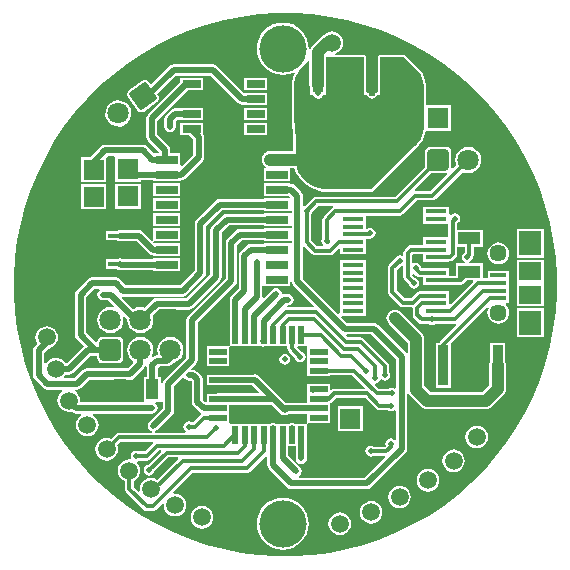
<source format=gtl>
G04*
G04 #@! TF.GenerationSoftware,Altium Limited,Altium Designer,18.1.7 (191)*
G04*
G04 Layer_Physical_Order=1*
G04 Layer_Color=255*
%FSLAX43Y43*%
%MOMM*%
G71*
G01*
G75*
%ADD10C,0.500*%
%ADD14R,2.000X0.400*%
%ADD15R,1.870X1.030*%
%ADD16R,1.700X1.750*%
%ADD17R,0.850X3.430*%
%ADD18R,1.900X1.500*%
%ADD19R,1.350X0.400*%
%ADD20R,1.900X2.100*%
%ADD21R,0.500X1.500*%
%ADD22R,1.500X0.500*%
%ADD23R,3.200X1.750*%
%ADD24R,0.950X1.750*%
%ADD25R,1.800X0.400*%
%ADD26R,1.525X0.650*%
%ADD27R,1.850X0.650*%
%ADD28R,1.100X1.700*%
%ADD29R,1.750X1.700*%
%ADD30C,1.800*%
G04:AMPARAMS|DCode=31|XSize=1.8mm|YSize=1.8mm|CornerRadius=0.225mm|HoleSize=0mm|Usage=FLASHONLY|Rotation=215.000|XOffset=0mm|YOffset=0mm|HoleType=Round|Shape=RoundedRectangle|*
%AMROUNDEDRECTD31*
21,1,1.800,1.350,0,0,215.0*
21,1,1.350,1.800,0,0,215.0*
1,1,0.450,-0.940,0.166*
1,1,0.450,0.166,0.940*
1,1,0.450,0.940,-0.166*
1,1,0.450,-0.166,-0.940*
%
%ADD31ROUNDEDRECTD31*%
G04:AMPARAMS|DCode=32|XSize=1.8mm|YSize=1.8mm|CornerRadius=0.225mm|HoleSize=0mm|Usage=FLASHONLY|Rotation=0.000|XOffset=0mm|YOffset=0mm|HoleType=Round|Shape=RoundedRectangle|*
%AMROUNDEDRECTD32*
21,1,1.800,1.350,0,0,0.0*
21,1,1.350,1.800,0,0,0.0*
1,1,0.450,0.675,-0.675*
1,1,0.450,-0.675,-0.675*
1,1,0.450,-0.675,0.675*
1,1,0.450,0.675,0.675*
%
%ADD32ROUNDEDRECTD32*%
%ADD33C,1.450*%
%ADD34C,1.500*%
%ADD35C,4.000*%
%ADD37C,1.000*%
%ADD38C,0.350*%
%ADD39C,0.550*%
%ADD40C,0.500*%
G36*
X145256Y89902D02*
X146749Y89705D01*
X148226Y89411D01*
X149680Y89021D01*
X151106Y88537D01*
X152497Y87961D01*
X153848Y87295D01*
X155152Y86542D01*
X156404Y85705D01*
X157599Y84789D01*
X158731Y83796D01*
X159796Y82731D01*
X160789Y81599D01*
X161705Y80404D01*
X162542Y79152D01*
X163295Y77848D01*
X163961Y76497D01*
X164537Y75106D01*
X165021Y73680D01*
X165411Y72226D01*
X165705Y70749D01*
X165902Y69256D01*
X166000Y67753D01*
Y67000D01*
Y66247D01*
X165902Y64744D01*
X165705Y63251D01*
X165411Y61774D01*
X165021Y60320D01*
X164537Y58894D01*
X163961Y57503D01*
X163295Y56152D01*
X162542Y54848D01*
X161705Y53596D01*
X160789Y52401D01*
X159796Y51269D01*
X158731Y50204D01*
X157599Y49211D01*
X156404Y48295D01*
X155152Y47458D01*
X153848Y46705D01*
X152497Y46039D01*
X151106Y45463D01*
X149680Y44979D01*
X148226Y44589D01*
X146749Y44295D01*
X145256Y44098D01*
X143753Y44000D01*
X142247D01*
X140744Y44098D01*
X139251Y44295D01*
X137774Y44589D01*
X136320Y44979D01*
X134894Y45463D01*
X133503Y46039D01*
X132152Y46705D01*
X130848Y47458D01*
X129596Y48295D01*
X128401Y49211D01*
X127269Y50204D01*
X126204Y51269D01*
X125211Y52401D01*
X124295Y53596D01*
X123458Y54848D01*
X122705Y56152D01*
X122039Y57503D01*
X121463Y58894D01*
X120979Y60320D01*
X120589Y61774D01*
X120295Y63251D01*
X120098Y64744D01*
X120000Y66247D01*
Y67000D01*
Y67753D01*
X120098Y69256D01*
X120295Y70749D01*
X120589Y72226D01*
X120979Y73680D01*
X121463Y75106D01*
X122039Y76497D01*
X122705Y77848D01*
X123458Y79152D01*
X124295Y80404D01*
X125211Y81599D01*
X126204Y82731D01*
X127269Y83796D01*
X128401Y84789D01*
X129596Y85705D01*
X130848Y86542D01*
X132152Y87295D01*
X133503Y87961D01*
X134894Y88537D01*
X136320Y89021D01*
X137774Y89411D01*
X139251Y89705D01*
X140744Y89902D01*
X142247Y90000D01*
X143753D01*
X145256Y89902D01*
D02*
G37*
%LPC*%
G36*
X141462Y84530D02*
X139537D01*
Y83480D01*
X141462D01*
Y84530D01*
D02*
G37*
G36*
X133541Y85675D02*
X133355Y85638D01*
X133198Y85533D01*
X133198Y85533D01*
X131684Y84019D01*
X131557Y84030D01*
X131476Y84146D01*
X131354Y84262D01*
X131197Y84324D01*
X131028Y84320D01*
X130873Y84252D01*
X129767Y83478D01*
X129650Y83355D01*
X129589Y83198D01*
X129592Y83029D01*
X129661Y82874D01*
X130435Y81768D01*
X130557Y81651D01*
X130715Y81590D01*
X130884Y81594D01*
X131038Y81662D01*
X132144Y82436D01*
X132261Y82558D01*
X132322Y82716D01*
X132319Y82885D01*
X132251Y83040D01*
X132178Y83143D01*
X133741Y84706D01*
X136659D01*
X138973Y82393D01*
X138973Y82393D01*
X139130Y82288D01*
X139315Y82251D01*
X139537D01*
Y82210D01*
X141462D01*
Y83260D01*
X139537D01*
X139537Y83260D01*
Y83260D01*
X139537Y83260D01*
X139429Y83306D01*
X137202Y85533D01*
X137045Y85638D01*
X136859Y85675D01*
X133541D01*
X133541Y85675D01*
D02*
G37*
G36*
X141462Y81990D02*
X139537D01*
Y80940D01*
X141462D01*
Y81990D01*
D02*
G37*
G36*
X136038D02*
X134113D01*
Y81949D01*
X133681D01*
X133495Y81912D01*
X133338Y81807D01*
X133338Y81807D01*
X132908Y81377D01*
X132803Y81220D01*
X132766Y81034D01*
Y80395D01*
X132803Y80209D01*
X132908Y80052D01*
X133065Y79947D01*
X133250Y79910D01*
X133435Y79947D01*
X133592Y80052D01*
X133697Y80209D01*
X133734Y80395D01*
Y80834D01*
X133881Y80981D01*
X134113D01*
Y80940D01*
X136038D01*
Y81990D01*
D02*
G37*
G36*
X128778Y82605D02*
X128496Y82543D01*
X128239Y82409D01*
X128025Y82213D01*
X127869Y81969D01*
X127782Y81693D01*
X127770Y81403D01*
X127832Y81121D01*
X127966Y80864D01*
X128162Y80650D01*
X128406Y80494D01*
X128682Y80407D01*
X128972Y80395D01*
X129254Y80457D01*
X129511Y80591D01*
X129725Y80787D01*
X129881Y81031D01*
X129968Y81307D01*
X129980Y81597D01*
X129918Y81879D01*
X129784Y82136D01*
X129588Y82350D01*
X129344Y82506D01*
X129068Y82593D01*
X128778Y82605D01*
D02*
G37*
G36*
X141462Y80720D02*
X139537D01*
Y79670D01*
X141462D01*
Y80720D01*
D02*
G37*
G36*
X136038Y84530D02*
X134113D01*
Y84145D01*
X131376Y81409D01*
X131277Y81260D01*
X131242Y81084D01*
Y79524D01*
X131277Y79349D01*
X131376Y79200D01*
X132319Y78257D01*
X132267Y78130D01*
X131905D01*
X131317Y78717D01*
X131160Y78822D01*
X130975Y78859D01*
X127775D01*
X127590Y78822D01*
X127433Y78717D01*
X127433Y78717D01*
X126515Y77800D01*
X125698D01*
Y75700D01*
X127848D01*
Y77763D01*
X127976Y77891D01*
X128523D01*
X128623Y77825D01*
X128623Y77764D01*
Y75725D01*
X130773D01*
Y75851D01*
X131825D01*
Y75810D01*
X133958D01*
X134075Y75810D01*
Y75810D01*
X134185Y75851D01*
X134370Y75888D01*
X134527Y75993D01*
X136017Y77483D01*
X136122Y77640D01*
X136159Y77825D01*
Y79374D01*
X136134Y79502D01*
Y79507D01*
X136099Y79683D01*
X136038Y79774D01*
Y80720D01*
X134113D01*
Y79670D01*
X134863D01*
X135191Y79343D01*
Y78026D01*
X134239Y77074D01*
X134195Y77073D01*
X134075Y77192D01*
X134075Y78130D01*
X133284D01*
Y78400D01*
X133249Y78576D01*
X133149Y78724D01*
X132160Y79714D01*
Y80894D01*
X134745Y83480D01*
X136038D01*
Y84530D01*
D02*
G37*
G36*
X158490Y78685D02*
X158203Y78647D01*
X157935Y78536D01*
X157705Y78360D01*
X157529Y78130D01*
X157418Y77862D01*
X157381Y77575D01*
X157418Y77288D01*
X157490Y77115D01*
X157166Y76792D01*
X157049Y76855D01*
X157058Y76900D01*
Y78250D01*
X157025Y78416D01*
X156931Y78556D01*
X156791Y78650D01*
X156625Y78683D01*
X155275D01*
X155109Y78650D01*
X154969Y78556D01*
X154875Y78416D01*
X154842Y78250D01*
Y77007D01*
X152267Y74432D01*
X145630D01*
X145484Y74403D01*
X145360Y74320D01*
X144703Y73663D01*
X144638Y73650D01*
X144610Y73651D01*
X144511Y73704D01*
Y74490D01*
X144511Y74490D01*
X144474Y74675D01*
X144369Y74832D01*
X143794Y75407D01*
X143637Y75512D01*
X143451Y75549D01*
X143425D01*
Y75590D01*
X141175D01*
Y74540D01*
X143291D01*
X143384Y74447D01*
X143332Y74320D01*
X141175D01*
Y74279D01*
X137473D01*
X137473Y74279D01*
X137287Y74242D01*
X137130Y74137D01*
X135471Y72478D01*
X135366Y72321D01*
X135329Y72136D01*
Y68196D01*
X134107Y66974D01*
X129501D01*
X128982Y67492D01*
X128825Y67597D01*
X128639Y67634D01*
X126661D01*
X126475Y67597D01*
X126318Y67492D01*
X126318Y67492D01*
X125333Y66507D01*
X125228Y66350D01*
X125191Y66164D01*
Y62725D01*
X125228Y62540D01*
X125333Y62383D01*
X125943Y61772D01*
X124506Y60334D01*
X124376D01*
X124228Y60528D01*
X124029Y60680D01*
X123798Y60776D01*
X123550Y60808D01*
X123302Y60776D01*
X123071Y60680D01*
X122872Y60528D01*
X122736Y60350D01*
X122654Y60362D01*
X122609Y60384D01*
Y61246D01*
X122967Y61603D01*
X123048Y61614D01*
X123279Y61710D01*
X123478Y61862D01*
X123630Y62061D01*
X123726Y62292D01*
X123758Y62540D01*
X123726Y62788D01*
X123630Y63019D01*
X123478Y63217D01*
X123279Y63369D01*
X123048Y63465D01*
X122800Y63498D01*
X122552Y63465D01*
X122321Y63369D01*
X122122Y63217D01*
X121970Y63019D01*
X121874Y62788D01*
X121842Y62540D01*
X121874Y62292D01*
X121970Y62061D01*
X122007Y62013D01*
X121783Y61789D01*
X121678Y61632D01*
X121641Y61447D01*
Y59333D01*
X121678Y59148D01*
X121783Y58991D01*
X122516Y58258D01*
X122516Y58258D01*
X122673Y58153D01*
X122858Y58116D01*
X124087D01*
X124130Y57989D01*
X123985Y57878D01*
X123833Y57679D01*
X123737Y57448D01*
X123705Y57200D01*
X123737Y56952D01*
X123833Y56721D01*
X123985Y56522D01*
X124184Y56370D01*
X124415Y56274D01*
X124663Y56242D01*
X124904Y56274D01*
X124945Y56233D01*
X124945Y56233D01*
X125103Y56128D01*
X125288Y56091D01*
X125288Y56091D01*
X125716D01*
X125738Y56046D01*
X125750Y55964D01*
X125572Y55828D01*
X125420Y55629D01*
X125324Y55398D01*
X125292Y55150D01*
X125324Y54902D01*
X125420Y54671D01*
X125572Y54472D01*
X125771Y54320D01*
X126002Y54224D01*
X126250Y54192D01*
X126498Y54224D01*
X126729Y54320D01*
X126928Y54472D01*
X127080Y54671D01*
X127176Y54902D01*
X127208Y55150D01*
X127176Y55398D01*
X127080Y55629D01*
X126928Y55828D01*
X126750Y55964D01*
X126762Y56046D01*
X126784Y56091D01*
X131725D01*
X131910Y56128D01*
X132067Y56233D01*
X132172Y56390D01*
X132209Y56575D01*
X132172Y56760D01*
X132067Y56917D01*
X132004Y56960D01*
X132042Y57087D01*
X132489D01*
X132500Y57087D01*
X132616Y57060D01*
Y56542D01*
X131484Y55410D01*
X131379Y55253D01*
X131342Y55067D01*
X131379Y54882D01*
X131484Y54725D01*
X131641Y54620D01*
X131693Y54609D01*
X131681Y54482D01*
X128900D01*
X128754Y54453D01*
X128630Y54370D01*
X128220Y53960D01*
X128123Y54001D01*
X127875Y54033D01*
X127627Y54001D01*
X127396Y53905D01*
X127197Y53753D01*
X127045Y53554D01*
X126949Y53323D01*
X126917Y53075D01*
X126949Y52827D01*
X127045Y52596D01*
X127197Y52397D01*
X127396Y52245D01*
X127627Y52149D01*
X127875Y52117D01*
X128123Y52149D01*
X128354Y52245D01*
X128553Y52397D01*
X128705Y52596D01*
X128801Y52827D01*
X128833Y53075D01*
X128801Y53323D01*
X128760Y53420D01*
X129058Y53718D01*
X131776D01*
X131828Y53591D01*
X131123Y52885D01*
X130619D01*
X130557Y52926D01*
X130381Y52961D01*
X130206Y52926D01*
X130057Y52827D01*
X129957Y52678D01*
X129923Y52503D01*
X129957Y52327D01*
X129881Y52213D01*
X129775Y52227D01*
X129527Y52194D01*
X129296Y52099D01*
X129097Y51946D01*
X128945Y51748D01*
X128849Y51517D01*
X128817Y51269D01*
X128849Y51021D01*
X128945Y50790D01*
X129097Y50591D01*
X129296Y50439D01*
X129393Y50399D01*
Y49737D01*
X129422Y49591D01*
X129505Y49467D01*
X131010Y47961D01*
X131134Y47878D01*
X131281Y47849D01*
X131781D01*
X131928Y47878D01*
X132052Y47961D01*
X132609Y48519D01*
X132730Y48459D01*
X132717Y48362D01*
X132749Y48114D01*
X132845Y47883D01*
X132997Y47684D01*
X133196Y47532D01*
X133427Y47436D01*
X133675Y47404D01*
X133923Y47436D01*
X134154Y47532D01*
X134353Y47684D01*
X134505Y47883D01*
X134601Y48114D01*
X134633Y48362D01*
X134601Y48610D01*
X134505Y48841D01*
X134353Y49039D01*
X134154Y49192D01*
X133923Y49287D01*
X133675Y49320D01*
X133578Y49307D01*
X133518Y49428D01*
X135158Y51068D01*
X139725D01*
X139871Y51097D01*
X139995Y51180D01*
X141358Y52542D01*
X141485Y52489D01*
Y51731D01*
X141522Y51546D01*
X141627Y51389D01*
X143168Y49848D01*
X143325Y49743D01*
X143510Y49706D01*
X143510Y49706D01*
X149960D01*
X150146Y49743D01*
X150303Y49848D01*
X153192Y52737D01*
X153297Y52895D01*
X153334Y53080D01*
Y57752D01*
X153461Y57777D01*
X153464Y57772D01*
X153576Y57626D01*
X154526Y56676D01*
X154672Y56564D01*
X154842Y56493D01*
X155025Y56469D01*
X159975D01*
X160158Y56493D01*
X160328Y56564D01*
X160474Y56676D01*
X161474Y57676D01*
X161586Y57822D01*
X161657Y57992D01*
X161681Y58175D01*
Y60175D01*
X161657Y60358D01*
X161600Y60495D01*
Y62090D01*
X160350D01*
Y60495D01*
X160293Y60358D01*
X160269Y60175D01*
Y58467D01*
X159683Y57881D01*
X155317D01*
X154781Y58417D01*
Y62384D01*
X154757Y62567D01*
X154686Y62737D01*
X154574Y62883D01*
X152772Y64685D01*
X152626Y64797D01*
X152456Y64868D01*
X152273Y64892D01*
X152090Y64868D01*
X151920Y64797D01*
X151774Y64685D01*
X151662Y64539D01*
X151591Y64369D01*
X151567Y64186D01*
X151591Y64003D01*
X151662Y63833D01*
X151774Y63687D01*
X153369Y62091D01*
Y61232D01*
X153242Y61193D01*
X153192Y61267D01*
X150842Y63617D01*
X150685Y63722D01*
X150500Y63759D01*
X148251D01*
X147752Y64258D01*
X147801Y64375D01*
X149800D01*
Y65025D01*
Y65675D01*
Y66325D01*
Y66975D01*
Y67625D01*
Y68275D01*
Y69075D01*
X147600D01*
Y68275D01*
Y67625D01*
Y66975D01*
Y66325D01*
Y65675D01*
Y64576D01*
X147483Y64527D01*
X144511Y67499D01*
Y70186D01*
X144638Y70239D01*
X145272Y69605D01*
X145396Y69522D01*
X145542Y69493D01*
X146775D01*
X146921Y69522D01*
X147045Y69605D01*
X147483Y70042D01*
X147600Y69993D01*
Y69575D01*
X149800D01*
Y70225D01*
Y70893D01*
X150117D01*
X150146Y70899D01*
X150190Y70890D01*
X150366Y70925D01*
X150515Y71024D01*
X150614Y71173D01*
X150649Y71349D01*
X150614Y71524D01*
X150515Y71673D01*
X150366Y71772D01*
X150190Y71807D01*
X150015Y71772D01*
X149927Y71714D01*
X149800Y71782D01*
Y72843D01*
X152675D01*
X152821Y72872D01*
X152945Y72955D01*
X154157Y74167D01*
X155464D01*
X155610Y74196D01*
X155734Y74279D01*
X158030Y76575D01*
X158203Y76503D01*
X158490Y76466D01*
X158777Y76503D01*
X159045Y76614D01*
X159275Y76790D01*
X159451Y77020D01*
X159562Y77288D01*
X159599Y77575D01*
X159562Y77862D01*
X159451Y78130D01*
X159275Y78360D01*
X159045Y78536D01*
X158777Y78647D01*
X158490Y78685D01*
D02*
G37*
G36*
X142779Y89204D02*
X142348Y89162D01*
X141933Y89036D01*
X141551Y88832D01*
X141216Y88557D01*
X140941Y88222D01*
X140737Y87840D01*
X140611Y87425D01*
X140569Y86994D01*
X140611Y86562D01*
X140737Y86148D01*
X140941Y85766D01*
X141216Y85431D01*
X141551Y85156D01*
X141933Y84951D01*
X142348Y84826D01*
X142779Y84783D01*
X143211Y84826D01*
X143625Y84951D01*
X143716Y85000D01*
X143816Y84909D01*
X143679Y84579D01*
X143675Y84560D01*
X143668Y84541D01*
X143570Y84050D01*
Y84030D01*
X143566Y84011D01*
Y83760D01*
Y81150D01*
X143567Y81144D01*
X143566Y81138D01*
X143671Y79294D01*
Y78311D01*
X141730D01*
X141547Y78287D01*
X141377Y78216D01*
X141264Y78130D01*
X141175D01*
Y78032D01*
X141119Y77958D01*
X141048Y77788D01*
X141024Y77605D01*
X141048Y77422D01*
X141119Y77252D01*
X141175Y77178D01*
Y77080D01*
X141264D01*
X141377Y76994D01*
X141393Y76987D01*
X141368Y76860D01*
X141175D01*
Y75810D01*
X143425D01*
X143425Y76860D01*
X143536Y76899D01*
X143766D01*
X143769Y76883D01*
X143929Y76495D01*
X143941Y76478D01*
X143948Y76460D01*
X144182Y76110D01*
X144196Y76096D01*
X144207Y76079D01*
X144612Y75675D01*
X144789Y75498D01*
X144805Y75487D01*
X144820Y75473D01*
X145236Y75195D01*
X145254Y75187D01*
X145271Y75176D01*
X145733Y74984D01*
X145753Y74980D01*
X145771Y74973D01*
X146262Y74875D01*
X146282D01*
X146302Y74871D01*
X150300D01*
X150300Y74871D01*
X150378Y74887D01*
X150444Y74931D01*
X150444Y74931D01*
X154150Y78637D01*
X154150Y78637D01*
X154327Y78814D01*
X154338Y78830D01*
X154352Y78845D01*
X154630Y79261D01*
X154638Y79279D01*
X154649Y79296D01*
X154841Y79758D01*
X154845Y79778D01*
X154852Y79796D01*
X154903Y80050D01*
X157000D01*
Y82200D01*
X154954D01*
Y83773D01*
X154950Y83793D01*
Y83813D01*
X154852Y84304D01*
X154845Y84322D01*
X154841Y84342D01*
X154649Y84804D01*
X154638Y84821D01*
X154630Y84839D01*
X154352Y85255D01*
X154338Y85270D01*
X154327Y85286D01*
X154150Y85463D01*
X154150Y85463D01*
X153219Y86394D01*
X153219Y86394D01*
X153153Y86438D01*
X153075Y86454D01*
X151056D01*
X150978Y86438D01*
X150912Y86394D01*
X150868Y86328D01*
X150852Y86250D01*
Y83913D01*
X150830Y83745D01*
X150821Y83700D01*
Y83279D01*
X150784D01*
X150764Y83275D01*
X150744D01*
X150726Y83267D01*
X150706Y83263D01*
X150689Y83252D01*
X150671Y83245D01*
X150656Y83230D01*
X150640Y83219D01*
X150629Y83202D01*
X150614Y83188D01*
X150607Y83170D01*
X150596Y83153D01*
X150592Y83133D01*
X150584Y83115D01*
X150582Y83104D01*
X150527Y83023D01*
X150446Y82968D01*
X150350Y82949D01*
X150254Y82968D01*
X150173Y83023D01*
X150118Y83104D01*
X150116Y83115D01*
X150108Y83133D01*
X150104Y83153D01*
X150093Y83170D01*
X150086Y83188D01*
X150071Y83202D01*
X150060Y83219D01*
X150044Y83230D01*
X150029Y83245D01*
X150011Y83252D01*
X149994Y83263D01*
X149974Y83267D01*
X149956Y83275D01*
X149879Y83378D01*
Y83700D01*
X149870Y83745D01*
X149848Y83913D01*
Y86250D01*
X149832Y86328D01*
X149788Y86394D01*
X149722Y86438D01*
X149644Y86454D01*
X147224D01*
X147198Y86574D01*
X147429Y86670D01*
X147628Y86822D01*
X147780Y87021D01*
X147876Y87252D01*
X147908Y87500D01*
X147876Y87748D01*
X147780Y87979D01*
X147628Y88178D01*
X147429Y88330D01*
X147198Y88426D01*
X146950Y88458D01*
X146702Y88426D01*
X146471Y88330D01*
X146272Y88178D01*
X146221Y88111D01*
X146076Y87999D01*
X145251Y87174D01*
X145139Y87028D01*
X145116Y86973D01*
X144990Y86994D01*
X144948Y87425D01*
X144822Y87840D01*
X144617Y88222D01*
X144343Y88557D01*
X144008Y88832D01*
X143625Y89036D01*
X143211Y89162D01*
X142779Y89204D01*
D02*
G37*
G36*
X134075Y75590D02*
X131825D01*
Y74540D01*
X134075D01*
Y75590D01*
D02*
G37*
G36*
X130773Y75525D02*
X128623D01*
Y73425D01*
X130773D01*
Y75525D01*
D02*
G37*
G36*
X127848Y75500D02*
X125698D01*
Y73400D01*
X127848D01*
Y75500D01*
D02*
G37*
G36*
X134075Y74320D02*
X131825D01*
Y73270D01*
X134075D01*
Y74320D01*
D02*
G37*
G36*
Y73050D02*
X131825D01*
Y72000D01*
X134075D01*
Y73050D01*
D02*
G37*
G36*
Y71780D02*
X131825D01*
Y70846D01*
X131825Y70778D01*
X131701Y70723D01*
X131040Y71384D01*
X130967Y71492D01*
X130810Y71597D01*
X130625Y71634D01*
X129025D01*
X128840Y71597D01*
X128769Y71550D01*
X127825D01*
Y70750D01*
X128769D01*
X128840Y70703D01*
X129025Y70666D01*
X130460D01*
X131466Y69661D01*
X131614Y69561D01*
X131790Y69526D01*
X131825D01*
Y69460D01*
X134075D01*
Y70510D01*
X131914D01*
X131818Y70606D01*
X131873Y70730D01*
X131932Y70730D01*
X134075D01*
Y71780D01*
D02*
G37*
G36*
X156900Y73625D02*
X154700D01*
Y72825D01*
Y72175D01*
X156797D01*
Y71025D01*
X154700D01*
Y70357D01*
X153668D01*
X153522Y70328D01*
X153398Y70245D01*
X153102Y69949D01*
X153019Y69825D01*
X152990Y69679D01*
Y69516D01*
X152878Y69456D01*
X152851Y69474D01*
X152675Y69509D01*
X152499Y69474D01*
X152351Y69374D01*
X152251Y69226D01*
X152237Y69152D01*
X151780Y68695D01*
X151697Y68571D01*
X151668Y68425D01*
Y66408D01*
X151697Y66262D01*
X151780Y66138D01*
X152708Y65210D01*
X152832Y65127D01*
X152978Y65098D01*
X153702D01*
X153812Y64999D01*
Y64449D01*
X153841Y64302D01*
X153924Y64178D01*
X154314Y63788D01*
X154438Y63706D01*
X154584Y63676D01*
X155185D01*
X155247Y63635D01*
X155423Y63600D01*
X155598Y63635D01*
X155660Y63676D01*
X157343D01*
X157422Y63692D01*
X157484Y63575D01*
X156105Y62195D01*
X156034Y62090D01*
X155750D01*
Y58260D01*
X157000D01*
Y62009D01*
X160103Y65112D01*
X160210Y65040D01*
X160149Y64891D01*
X160117Y64650D01*
X160149Y64409D01*
X160242Y64184D01*
X160390Y63990D01*
X160584Y63842D01*
X160809Y63749D01*
X161050Y63717D01*
X161291Y63749D01*
X161517Y63842D01*
X161710Y63990D01*
X161858Y64184D01*
X161951Y64409D01*
X161983Y64650D01*
X161951Y64891D01*
X161858Y65117D01*
X161710Y65310D01*
X161684Y65330D01*
X161724Y65450D01*
X161925D01*
Y66100D01*
Y66750D01*
Y67400D01*
Y68200D01*
X160175D01*
Y67532D01*
X159710D01*
Y68818D01*
X158613D01*
X158595Y68944D01*
X158744Y69043D01*
X158844Y69192D01*
X158860Y69274D01*
X158928Y69376D01*
X158957Y69523D01*
Y70228D01*
X159710D01*
Y71658D01*
X157561D01*
Y72198D01*
X157682Y72279D01*
X157782Y72428D01*
X157816Y72604D01*
X157782Y72779D01*
X157682Y72928D01*
X157533Y73027D01*
X157358Y73062D01*
X157182Y73027D01*
X157033Y72928D01*
X157027Y72919D01*
X156900Y72957D01*
Y73625D01*
D02*
G37*
G36*
X163750Y71759D02*
X163678Y71750D01*
X162600D01*
Y69250D01*
X164900D01*
Y71750D01*
X163822D01*
X163750Y71759D01*
D02*
G37*
G36*
X134075Y69240D02*
X131825D01*
Y69199D01*
X129201D01*
X129025Y69234D01*
X128840Y69197D01*
X128769Y69150D01*
X127825D01*
Y68350D01*
X128751D01*
X128875Y68268D01*
X129060Y68231D01*
X129060Y68231D01*
X131825D01*
Y68190D01*
X134075D01*
Y69240D01*
D02*
G37*
G36*
X161050Y70583D02*
X160809Y70551D01*
X160584Y70458D01*
X160390Y70310D01*
X160242Y70116D01*
X160149Y69891D01*
X160117Y69650D01*
X160149Y69409D01*
X160242Y69184D01*
X160390Y68990D01*
X160584Y68842D01*
X160809Y68749D01*
X161050Y68717D01*
X161291Y68749D01*
X161517Y68842D01*
X161710Y68990D01*
X161858Y69184D01*
X161951Y69409D01*
X161983Y69650D01*
X161951Y69891D01*
X161858Y70116D01*
X161710Y70310D01*
X161517Y70458D01*
X161291Y70551D01*
X161050Y70583D01*
D02*
G37*
G36*
X164900Y69100D02*
X162600D01*
Y67227D01*
X162600Y67200D01*
Y67100D01*
X162600Y67073D01*
Y65200D01*
X164900D01*
Y67073D01*
X164900Y67100D01*
Y67200D01*
X164900Y67227D01*
Y69100D01*
D02*
G37*
G36*
Y65050D02*
X162600D01*
Y62550D01*
X163678D01*
X163750Y62541D01*
X163822Y62550D01*
X164900D01*
Y65050D01*
D02*
G37*
G36*
X159200Y55058D02*
X158952Y55026D01*
X158721Y54930D01*
X158522Y54778D01*
X158370Y54579D01*
X158274Y54348D01*
X158242Y54100D01*
X158274Y53852D01*
X158370Y53621D01*
X158522Y53422D01*
X158721Y53270D01*
X158952Y53174D01*
X159200Y53142D01*
X159448Y53174D01*
X159679Y53270D01*
X159878Y53422D01*
X160030Y53621D01*
X160126Y53852D01*
X160158Y54100D01*
X160126Y54348D01*
X160030Y54579D01*
X159878Y54778D01*
X159679Y54930D01*
X159448Y55026D01*
X159200Y55058D01*
D02*
G37*
G36*
X157250Y53058D02*
X157002Y53026D01*
X156771Y52930D01*
X156572Y52778D01*
X156420Y52579D01*
X156324Y52348D01*
X156292Y52100D01*
X156324Y51852D01*
X156420Y51621D01*
X156572Y51422D01*
X156771Y51270D01*
X157002Y51174D01*
X157250Y51142D01*
X157498Y51174D01*
X157729Y51270D01*
X157928Y51422D01*
X158080Y51621D01*
X158176Y51852D01*
X158208Y52100D01*
X158176Y52348D01*
X158080Y52579D01*
X157928Y52778D01*
X157729Y52930D01*
X157498Y53026D01*
X157250Y53058D01*
D02*
G37*
G36*
X155075Y51408D02*
X154827Y51376D01*
X154596Y51280D01*
X154397Y51128D01*
X154245Y50929D01*
X154149Y50698D01*
X154117Y50450D01*
X154149Y50202D01*
X154245Y49971D01*
X154397Y49772D01*
X154596Y49620D01*
X154827Y49524D01*
X155075Y49492D01*
X155323Y49524D01*
X155554Y49620D01*
X155753Y49772D01*
X155905Y49971D01*
X156001Y50202D01*
X156033Y50450D01*
X156001Y50698D01*
X155905Y50929D01*
X155753Y51128D01*
X155554Y51280D01*
X155323Y51376D01*
X155075Y51408D01*
D02*
G37*
G36*
X152675Y49983D02*
X152427Y49951D01*
X152196Y49855D01*
X151997Y49703D01*
X151845Y49504D01*
X151749Y49273D01*
X151717Y49025D01*
X151749Y48777D01*
X151845Y48546D01*
X151997Y48347D01*
X152196Y48195D01*
X152427Y48099D01*
X152675Y48067D01*
X152923Y48099D01*
X153154Y48195D01*
X153353Y48347D01*
X153505Y48546D01*
X153601Y48777D01*
X153633Y49025D01*
X153601Y49273D01*
X153505Y49504D01*
X153353Y49703D01*
X153154Y49855D01*
X152923Y49951D01*
X152675Y49983D01*
D02*
G37*
G36*
X150275Y48683D02*
X150027Y48651D01*
X149796Y48555D01*
X149597Y48403D01*
X149445Y48204D01*
X149349Y47973D01*
X149317Y47725D01*
X149349Y47477D01*
X149445Y47246D01*
X149597Y47047D01*
X149796Y46895D01*
X150027Y46799D01*
X150275Y46767D01*
X150523Y46799D01*
X150754Y46895D01*
X150953Y47047D01*
X151105Y47246D01*
X151201Y47477D01*
X151233Y47725D01*
X151201Y47973D01*
X151105Y48204D01*
X150953Y48403D01*
X150754Y48555D01*
X150523Y48651D01*
X150275Y48683D01*
D02*
G37*
G36*
X135947Y48258D02*
X135699Y48226D01*
X135468Y48130D01*
X135269Y47978D01*
X135117Y47779D01*
X135021Y47548D01*
X134989Y47300D01*
X135021Y47052D01*
X135117Y46821D01*
X135269Y46622D01*
X135468Y46470D01*
X135699Y46374D01*
X135947Y46342D01*
X136195Y46374D01*
X136426Y46470D01*
X136624Y46622D01*
X136777Y46821D01*
X136872Y47052D01*
X136905Y47300D01*
X136872Y47548D01*
X136777Y47779D01*
X136624Y47978D01*
X136426Y48130D01*
X136195Y48226D01*
X135947Y48258D01*
D02*
G37*
G36*
X147608Y47733D02*
X147360Y47701D01*
X147129Y47605D01*
X146931Y47453D01*
X146778Y47254D01*
X146683Y47023D01*
X146650Y46775D01*
X146683Y46527D01*
X146778Y46296D01*
X146931Y46097D01*
X147129Y45945D01*
X147360Y45849D01*
X147608Y45817D01*
X147856Y45849D01*
X148087Y45945D01*
X148286Y46097D01*
X148438Y46296D01*
X148534Y46527D01*
X148566Y46775D01*
X148534Y47023D01*
X148438Y47254D01*
X148286Y47453D01*
X148087Y47605D01*
X147856Y47701D01*
X147608Y47733D01*
D02*
G37*
G36*
X142779Y48986D02*
X142348Y48943D01*
X141933Y48817D01*
X141551Y48613D01*
X141216Y48338D01*
X140941Y48003D01*
X140737Y47621D01*
X140611Y47206D01*
X140569Y46775D01*
X140611Y46344D01*
X140737Y45929D01*
X140941Y45547D01*
X141216Y45212D01*
X141551Y44937D01*
X141933Y44733D01*
X142348Y44607D01*
X142779Y44564D01*
X143211Y44607D01*
X143625Y44733D01*
X144008Y44937D01*
X144343Y45212D01*
X144617Y45547D01*
X144822Y45929D01*
X144948Y46344D01*
X144990Y46775D01*
X144948Y47206D01*
X144822Y47621D01*
X144617Y48003D01*
X144343Y48338D01*
X144008Y48613D01*
X143625Y48817D01*
X143211Y48943D01*
X142779Y48986D01*
D02*
G37*
%LPD*%
G36*
X156733Y76359D02*
X155306Y74931D01*
X154027D01*
X153984Y74998D01*
X153971Y75055D01*
X155382Y76467D01*
X156625D01*
X156670Y76476D01*
X156733Y76359D01*
D02*
G37*
G36*
X141175Y73270D02*
X143415D01*
X143425Y73270D01*
X143542Y73246D01*
Y73074D01*
X143425Y73050D01*
X143415Y73050D01*
X141175D01*
Y73009D01*
X138032D01*
X138032Y73009D01*
X137846Y72972D01*
X137689Y72867D01*
X136792Y71970D01*
X136687Y71813D01*
X136650Y71628D01*
Y67866D01*
X134623Y65839D01*
X134015D01*
X133835Y65874D01*
X132100D01*
X131915Y65837D01*
X131758Y65732D01*
X131083Y65058D01*
X131012Y65087D01*
X130725Y65124D01*
X130438Y65087D01*
X130170Y64976D01*
X130130Y64945D01*
X129174Y65901D01*
X129236Y66018D01*
X129300Y66005D01*
X134307D01*
X134493Y66042D01*
X134650Y66147D01*
X136156Y67653D01*
X136261Y67810D01*
X136298Y67996D01*
Y71935D01*
X137673Y73311D01*
X141175D01*
Y73270D01*
D02*
G37*
G36*
Y72000D02*
X143415D01*
X143425Y72000D01*
X143542Y71976D01*
Y71804D01*
X143425Y71780D01*
Y71780D01*
X141175D01*
Y71739D01*
X139149D01*
X139149Y71739D01*
X138964Y71702D01*
X138807Y71597D01*
X138088Y70878D01*
X137983Y70721D01*
X137946Y70536D01*
Y67536D01*
X134760Y64350D01*
X134655Y64193D01*
X134618Y64008D01*
Y60830D01*
X132758Y58970D01*
X132653Y58813D01*
X132627Y58684D01*
X132500Y58697D01*
Y59187D01*
X132234D01*
Y59972D01*
X132357Y60095D01*
X132979D01*
X133154Y60130D01*
X133303Y60229D01*
X133466Y60392D01*
X133552Y60403D01*
X133820Y60514D01*
X134050Y60690D01*
X134226Y60920D01*
X134337Y61188D01*
X134375Y61475D01*
X134337Y61762D01*
X134226Y62030D01*
X134050Y62260D01*
X133820Y62436D01*
X133552Y62547D01*
X133265Y62584D01*
X132978Y62547D01*
X132710Y62436D01*
X132481Y62260D01*
X132304Y62030D01*
X132193Y61762D01*
X132156Y61475D01*
X132193Y61188D01*
X132208Y61152D01*
X132136Y61046D01*
X132119Y61036D01*
X131945Y61001D01*
X131823Y60919D01*
X131720Y61003D01*
X131797Y61188D01*
X131835Y61475D01*
X131797Y61762D01*
X131686Y62030D01*
X131510Y62260D01*
X131280Y62436D01*
X131012Y62547D01*
X130725Y62584D01*
X130438Y62547D01*
X130170Y62436D01*
X129941Y62260D01*
X129764Y62030D01*
X129653Y61762D01*
X129616Y61475D01*
X129653Y61188D01*
X129764Y60920D01*
X129941Y60690D01*
X130107Y60563D01*
X130128Y60404D01*
X129670Y59946D01*
X126199D01*
X126014Y59909D01*
X125857Y59804D01*
X125137Y59084D01*
X124310D01*
X124257Y59211D01*
X124376Y59366D01*
X124707D01*
X124892Y59403D01*
X125049Y59508D01*
X126532Y60991D01*
X126925D01*
X126925Y60991D01*
X126925Y60991D01*
X127077D01*
Y60800D01*
X127110Y60634D01*
X127204Y60494D01*
X127344Y60400D01*
X127510Y60367D01*
X128860D01*
X129026Y60400D01*
X129166Y60494D01*
X129260Y60634D01*
X129293Y60800D01*
Y62150D01*
X129260Y62316D01*
X129166Y62456D01*
X129026Y62550D01*
X128860Y62583D01*
X127510D01*
X127344Y62550D01*
X127204Y62456D01*
X127110Y62316D01*
X127083Y62182D01*
X126963Y62122D01*
X126159Y62926D01*
Y65964D01*
X126861Y66666D01*
X127238D01*
X127277Y66539D01*
X127234Y66510D01*
X127129Y66353D01*
X127092Y66167D01*
X127129Y65982D01*
X127234Y65825D01*
X127391Y65720D01*
X127576Y65683D01*
X128021D01*
X128496Y65209D01*
X128433Y65092D01*
X128185Y65124D01*
X127898Y65087D01*
X127630Y64976D01*
X127401Y64800D01*
X127224Y64570D01*
X127113Y64302D01*
X127076Y64015D01*
X127113Y63728D01*
X127224Y63460D01*
X127401Y63230D01*
X127630Y63054D01*
X127898Y62943D01*
X128185Y62906D01*
X128472Y62943D01*
X128740Y63054D01*
X128970Y63230D01*
X129146Y63460D01*
X129257Y63728D01*
X129295Y64015D01*
X129262Y64263D01*
X129379Y64326D01*
X129624Y64080D01*
X129616Y64015D01*
X129653Y63728D01*
X129764Y63460D01*
X129941Y63230D01*
X130170Y63054D01*
X130438Y62943D01*
X130725Y62906D01*
X131012Y62943D01*
X131280Y63054D01*
X131510Y63230D01*
X131686Y63460D01*
X131797Y63728D01*
X131835Y64015D01*
X131797Y64302D01*
X131768Y64373D01*
X132301Y64906D01*
X133690D01*
X133870Y64870D01*
X134823D01*
X135009Y64907D01*
X135166Y65012D01*
X137477Y67323D01*
X137582Y67480D01*
X137619Y67666D01*
Y71427D01*
X138232Y72041D01*
X141175D01*
Y72000D01*
D02*
G37*
G36*
X147047Y73541D02*
X146980Y73495D01*
X146255Y72770D01*
X146172Y72646D01*
X146143Y72500D01*
Y70963D01*
X146101Y70901D01*
X146066Y70725D01*
X146101Y70549D01*
X146201Y70401D01*
X146225Y70384D01*
X146186Y70257D01*
X145701D01*
X145188Y70770D01*
Y72987D01*
X145229Y73049D01*
X145244Y73123D01*
X145789Y73668D01*
X147009D01*
X147047Y73541D01*
D02*
G37*
G36*
X143579Y67113D02*
X143684Y66956D01*
X145440Y65200D01*
X145392Y65082D01*
X143247D01*
X143179Y65209D01*
X143207Y65251D01*
X143231D01*
X143416Y65288D01*
X143573Y65393D01*
X143678Y65550D01*
X143715Y65735D01*
X143678Y65921D01*
X143573Y66078D01*
X143416Y66183D01*
X143231Y66219D01*
X142935D01*
X142846Y66202D01*
X142731Y66241D01*
X142714Y66295D01*
X142687Y66429D01*
X142582Y66586D01*
X142425Y66691D01*
X142240Y66728D01*
X142055Y66691D01*
X141898Y66586D01*
X141185Y65873D01*
X141068Y65935D01*
X141073Y65964D01*
Y66859D01*
X141175Y66920D01*
X141200Y66920D01*
X143425D01*
Y67236D01*
X143552Y67249D01*
X143579Y67113D01*
D02*
G37*
G36*
X131266Y60042D02*
Y59187D01*
X131000D01*
Y57186D01*
X131000Y57087D01*
X130884Y57059D01*
X125699D01*
X125615Y57155D01*
X125621Y57200D01*
X125588Y57448D01*
X125493Y57679D01*
X125340Y57878D01*
X125196Y57989D01*
X125239Y58116D01*
X125337D01*
X125523Y58153D01*
X125680Y58258D01*
X126400Y58978D01*
X129648D01*
X129648Y58978D01*
X129834Y58941D01*
X130019Y58978D01*
X130176Y59083D01*
X131067Y59974D01*
X131139Y60080D01*
X131266Y60042D01*
D02*
G37*
G36*
X152366Y60724D02*
Y58275D01*
X152239Y58207D01*
X152176Y58249D01*
X152000Y58284D01*
X151824Y58249D01*
X151762Y58207D01*
X150923D01*
X150612Y58519D01*
X150653Y58657D01*
X150751Y58676D01*
X150899Y58776D01*
X150999Y58924D01*
X151004Y58949D01*
X151019Y58961D01*
X151143Y58997D01*
X151249Y58926D01*
X151425Y58891D01*
X151601Y58926D01*
X151749Y59026D01*
X151849Y59174D01*
X151884Y59350D01*
X151849Y59526D01*
X151807Y59588D01*
Y60125D01*
X151778Y60271D01*
X151695Y60395D01*
X149645Y62445D01*
X149521Y62528D01*
X149375Y62557D01*
X148284D01*
X148168Y62673D01*
X148217Y62791D01*
X150299D01*
X152366Y60724D01*
D02*
G37*
G36*
X141175Y70730D02*
X143425D01*
Y70730D01*
X143542Y70706D01*
Y70534D01*
X143425Y70510D01*
Y70510D01*
X141175D01*
Y70469D01*
X140114D01*
X139929Y70432D01*
X139772Y70327D01*
X139205Y69761D01*
X139100Y69604D01*
X139063Y69418D01*
Y66672D01*
X138423Y66032D01*
X138318Y65875D01*
X138281Y65689D01*
Y62737D01*
X138318Y62552D01*
X138319Y62550D01*
X138319Y61947D01*
X138319Y61920D01*
X138313Y61881D01*
X138285Y61821D01*
X138225Y61793D01*
X138186Y61787D01*
X138159Y61787D01*
X136369D01*
Y60887D01*
Y60087D01*
X138269D01*
Y60887D01*
X138269Y61677D01*
X138269Y61704D01*
X138275Y61743D01*
X138303Y61803D01*
X138363Y61831D01*
X138402Y61837D01*
X138429Y61837D01*
X140921D01*
X140974Y61801D01*
X141150Y61766D01*
X141326Y61801D01*
X141379Y61837D01*
X143187D01*
Y61606D01*
X143216Y61460D01*
X143299Y61336D01*
X143837Y60798D01*
X143851Y60724D01*
X143951Y60576D01*
X144099Y60476D01*
X144275Y60441D01*
X144451Y60476D01*
X144599Y60576D01*
X144699Y60724D01*
X144734Y60900D01*
X144699Y61076D01*
X144599Y61224D01*
X144451Y61324D01*
X144377Y61338D01*
X144006Y61710D01*
X144058Y61837D01*
X144763D01*
X144835Y61803D01*
X144869Y61731D01*
Y60887D01*
Y60087D01*
Y59287D01*
X146769D01*
Y59355D01*
X148694D01*
X149749Y58300D01*
X149701Y58182D01*
X147150D01*
X147004Y58153D01*
X146896Y58081D01*
X146771Y58116D01*
X146769Y58116D01*
Y58587D01*
X144869D01*
Y57687D01*
Y57021D01*
X143062D01*
X143043Y57017D01*
X142380Y57679D01*
X142380Y57679D01*
X140781Y59279D01*
X140623Y59384D01*
X140438Y59421D01*
X140310Y59396D01*
X137369D01*
X137325Y59387D01*
X136369D01*
Y58487D01*
X137325D01*
X137369Y58478D01*
X140212D01*
X140751Y57939D01*
X140703Y57821D01*
X139775D01*
X139775Y57821D01*
X137319D01*
X137147Y57787D01*
X136369D01*
Y57047D01*
X136242Y57032D01*
X136009Y57265D01*
Y59000D01*
X135974Y59176D01*
X135874Y59324D01*
X135549Y59649D01*
X135401Y59749D01*
X135225Y59784D01*
X135107D01*
X135059Y59901D01*
X135445Y60287D01*
X135550Y60444D01*
X135587Y60630D01*
Y63807D01*
X138772Y66993D01*
X138877Y67150D01*
X138914Y67335D01*
X138914Y67335D01*
Y70335D01*
X139350Y70771D01*
X141175D01*
Y70730D01*
D02*
G37*
G36*
X134450Y59113D02*
X134526Y59001D01*
X134674Y58901D01*
X134850Y58866D01*
X135035D01*
X135091Y58810D01*
Y57075D01*
X135126Y56899D01*
X135226Y56751D01*
X135673Y56303D01*
X135746Y56195D01*
X135832Y56137D01*
X135846Y56085D01*
X135841Y55982D01*
X135217Y55357D01*
X135057D01*
X134994Y55399D01*
X134819Y55434D01*
X134643Y55399D01*
X134494Y55299D01*
X134395Y55151D01*
X134360Y54975D01*
X134395Y54799D01*
X134494Y54651D01*
X134556Y54609D01*
X134517Y54482D01*
X131971D01*
X131959Y54609D01*
X132011Y54620D01*
X132168Y54725D01*
X133442Y55999D01*
X133547Y56156D01*
X133584Y56341D01*
Y58427D01*
X134307Y59149D01*
X134450Y59113D01*
D02*
G37*
G36*
X139775Y56853D02*
X141837D01*
X142608Y56083D01*
X142765Y55978D01*
X142950Y55941D01*
X143135Y55978D01*
X143248Y56053D01*
X144869D01*
Y55343D01*
X144835Y55271D01*
X144763Y55237D01*
X143806D01*
X143751Y55274D01*
X143575Y55309D01*
X143399Y55274D01*
X143344Y55237D01*
X142200D01*
X142145Y55274D01*
X141969Y55309D01*
X141793Y55274D01*
X141738Y55237D01*
X138375D01*
X138303Y55271D01*
X138269Y55343D01*
Y56087D01*
Y56853D01*
X139775D01*
X139775Y56853D01*
D02*
G37*
G36*
X150710Y56505D02*
X150834Y56422D01*
X150980Y56393D01*
X151737D01*
X151799Y56351D01*
X151974Y56316D01*
X152150Y56351D01*
X152239Y56410D01*
X152366Y56342D01*
Y53897D01*
X152271Y53860D01*
X152239Y53853D01*
X152096Y53949D01*
X151920Y53984D01*
X151744Y53949D01*
X151596Y53849D01*
X151496Y53701D01*
X151461Y53525D01*
X151491Y53376D01*
X151407Y53282D01*
X150476D01*
X150414Y53324D01*
X150238Y53359D01*
X150063Y53324D01*
X149914Y53224D01*
X149815Y53076D01*
X149780Y52900D01*
X149815Y52724D01*
X149914Y52576D01*
X150063Y52476D01*
X150238Y52441D01*
X150414Y52476D01*
X150476Y52518D01*
X151423D01*
X151476Y52391D01*
X149760Y50675D01*
X144197D01*
X144159Y50802D01*
X144242Y50858D01*
X144347Y51015D01*
X144384Y51200D01*
X144347Y51385D01*
X144242Y51542D01*
X143253Y52532D01*
Y53337D01*
X143885D01*
Y52294D01*
X143922Y52109D01*
X144027Y51952D01*
X144184Y51847D01*
X144369Y51810D01*
X144554Y51847D01*
X144711Y51952D01*
X144816Y52109D01*
X144853Y52294D01*
Y54337D01*
X144819Y54510D01*
Y55181D01*
X144853Y55253D01*
X144925Y55287D01*
X146769D01*
Y56087D01*
Y56971D01*
X146833Y56984D01*
X146957Y57067D01*
X147308Y57418D01*
X149797D01*
X150710Y56505D01*
D02*
G37*
G36*
X132510Y52875D02*
X131373Y51738D01*
X131299Y51724D01*
X131151Y51624D01*
X131051Y51476D01*
X131016Y51300D01*
X131051Y51124D01*
X131151Y50976D01*
X131299Y50876D01*
X131475Y50841D01*
X131651Y50876D01*
X131799Y50976D01*
X131899Y51124D01*
X131913Y51198D01*
X133118Y52403D01*
X133887D01*
X133940Y52276D01*
X132141Y50477D01*
X132104Y50505D01*
X131873Y50601D01*
X131625Y50633D01*
X131377Y50601D01*
X131146Y50505D01*
X130947Y50353D01*
X130795Y50154D01*
X130699Y49923D01*
X130667Y49675D01*
X130683Y49549D01*
X130563Y49490D01*
X130157Y49896D01*
Y50399D01*
X130254Y50439D01*
X130453Y50591D01*
X130605Y50790D01*
X130701Y51021D01*
X130733Y51269D01*
X130701Y51517D01*
X130605Y51748D01*
X130465Y51931D01*
X130474Y51999D01*
X130503Y52068D01*
X130557Y52079D01*
X130619Y52120D01*
X131281D01*
X131427Y52149D01*
X131551Y52232D01*
X132312Y52993D01*
X132461D01*
X132510Y52875D01*
D02*
G37*
%LPC*%
G36*
X142950Y61134D02*
X142774Y61099D01*
X142626Y60999D01*
X142526Y60851D01*
X142491Y60675D01*
X142526Y60499D01*
X142626Y60351D01*
X142774Y60251D01*
X142950Y60216D01*
X143126Y60251D01*
X143274Y60351D01*
X143374Y60499D01*
X143409Y60675D01*
X143374Y60851D01*
X143274Y60999D01*
X143126Y61099D01*
X142950Y61134D01*
D02*
G37*
G36*
X149600Y56700D02*
X147450D01*
Y54600D01*
X149600D01*
Y56700D01*
D02*
G37*
%LPD*%
G36*
X154006Y85319D02*
X154183Y85142D01*
X154461Y84726D01*
X154652Y84264D01*
X154750Y83773D01*
Y83523D01*
Y80577D01*
Y80327D01*
X154652Y79836D01*
X154461Y79374D01*
X154183Y78958D01*
X154006Y78781D01*
X154006D01*
X154006Y78781D01*
X150300Y75075D01*
X146302D01*
X145811Y75173D01*
X145349Y75364D01*
X144933Y75642D01*
X144756Y75819D01*
X144351Y76224D01*
X144118Y76573D01*
X143957Y76961D01*
X143875Y77374D01*
Y79300D01*
X143770Y81150D01*
Y83760D01*
Y84011D01*
X143868Y84501D01*
X144059Y84964D01*
X144337Y85380D01*
X144514Y85556D01*
Y85557D01*
X144917Y85960D01*
X145044Y85907D01*
Y83900D01*
X145068Y83717D01*
X145075Y83700D01*
Y83075D01*
X145382D01*
X145387Y83049D01*
X145487Y82901D01*
X145636Y82801D01*
X145811Y82766D01*
X145987Y82801D01*
X146136Y82901D01*
X146235Y83049D01*
X146240Y83075D01*
X146425D01*
Y83700D01*
X146432Y83717D01*
X146456Y83900D01*
Y86250D01*
X149644D01*
Y83900D01*
X149668Y83717D01*
X149675Y83700D01*
Y83075D01*
X149916D01*
X149926Y83024D01*
X150026Y82876D01*
X150174Y82776D01*
X150350Y82741D01*
X150526Y82776D01*
X150674Y82876D01*
X150774Y83024D01*
X150784Y83075D01*
X151025D01*
Y83700D01*
X151032Y83717D01*
X151056Y83900D01*
Y86250D01*
X153075D01*
X154006Y85319D01*
D02*
G37*
G36*
X158193Y69757D02*
X158095Y69692D01*
X157996Y69543D01*
X157961Y69367D01*
X157996Y69192D01*
X158095Y69043D01*
X158244Y68944D01*
X158226Y68818D01*
X157440D01*
Y67757D01*
X156900D01*
Y68425D01*
X154700D01*
Y68407D01*
X154536D01*
X154496Y68447D01*
X154475Y68552D01*
X154375Y68701D01*
X154227Y68801D01*
X154051Y68836D01*
X153881Y68802D01*
X153859Y68800D01*
X153754Y68866D01*
Y69521D01*
X153826Y69593D01*
X154700D01*
Y68925D01*
X156900D01*
Y68989D01*
X156950D01*
X157097Y69018D01*
X157221Y69101D01*
X157449Y69329D01*
X157532Y69453D01*
X157561Y69600D01*
Y70228D01*
X158193D01*
Y69757D01*
D02*
G37*
G36*
X152990Y68584D02*
Y67641D01*
X153019Y67494D01*
X153102Y67370D01*
X153457Y67015D01*
X153471Y66942D01*
X153571Y66793D01*
X153720Y66694D01*
X153895Y66659D01*
X154071Y66694D01*
X154220Y66793D01*
X154319Y66942D01*
X154354Y67117D01*
X154319Y67293D01*
X154220Y67442D01*
X154071Y67541D01*
X153997Y67556D01*
X153771Y67783D01*
X153779Y67879D01*
X153891Y67950D01*
X153917Y67945D01*
X154107Y67755D01*
X154231Y67672D01*
X154377Y67643D01*
X154700D01*
Y66975D01*
X156900D01*
Y66993D01*
X157847D01*
X157994Y67022D01*
X158118Y67105D01*
X158401Y67388D01*
X158890D01*
X158938Y67270D01*
X157017Y65349D01*
X156900Y65398D01*
Y66475D01*
X154700D01*
Y66457D01*
X154417D01*
X154270Y66428D01*
X154146Y66345D01*
X153663Y65862D01*
X153137D01*
X152432Y66566D01*
Y68267D01*
X152777Y68612D01*
X152851Y68626D01*
X152878Y68644D01*
X152990Y68584D01*
D02*
G37*
D10*
X134621Y84005D02*
X134987D01*
X131701Y79524D02*
Y81084D01*
X134621Y84005D01*
X131701Y79524D02*
X132825Y78400D01*
X132950Y76335D02*
X134185D01*
X135550Y57075D02*
Y59000D01*
Y57075D02*
X136088Y56537D01*
X135225Y59325D02*
X135550Y59000D01*
X134850Y59325D02*
X135225D01*
X135675Y79374D02*
Y79507D01*
X134987Y80195D02*
X135675Y79507D01*
X132979Y60554D02*
X133265Y60840D01*
X132131Y60554D02*
X132979D01*
X131790Y69985D02*
X132825D01*
X130625Y71150D02*
X131790Y69985D01*
X137369Y58937D02*
X140438D01*
X132825Y77605D02*
Y78400D01*
D14*
X129025Y68750D02*
D03*
Y69950D02*
D03*
Y71150D02*
D03*
D15*
X158575Y68103D02*
D03*
Y70943D02*
D03*
D16*
X155950Y81125D02*
D03*
X153650D02*
D03*
D17*
X156375Y60175D02*
D03*
X160975D02*
D03*
D18*
X163750Y68150D02*
D03*
Y66150D02*
D03*
D19*
X161050Y65850D02*
D03*
Y68450D02*
D03*
Y66500D02*
D03*
Y67800D02*
D03*
Y67150D02*
D03*
D20*
X163750Y70500D02*
D03*
Y63800D02*
D03*
D21*
X138769Y62787D02*
D03*
X139569D02*
D03*
X140369D02*
D03*
X141169D02*
D03*
X141969D02*
D03*
X142769D02*
D03*
X143569D02*
D03*
X144369D02*
D03*
Y54287D02*
D03*
X143569D02*
D03*
X142769D02*
D03*
X141969D02*
D03*
X141169D02*
D03*
X140369D02*
D03*
X139569D02*
D03*
X138769D02*
D03*
D22*
X145819Y61337D02*
D03*
Y60537D02*
D03*
Y59737D02*
D03*
Y58937D02*
D03*
Y58137D02*
D03*
Y57337D02*
D03*
Y56537D02*
D03*
Y55737D02*
D03*
X137319D02*
D03*
Y56537D02*
D03*
Y57337D02*
D03*
Y58137D02*
D03*
Y58937D02*
D03*
Y59737D02*
D03*
Y60537D02*
D03*
Y61337D02*
D03*
D23*
X148050Y77850D02*
D03*
D24*
X145750Y84150D02*
D03*
X148050D02*
D03*
X150350D02*
D03*
D25*
X155800Y73225D02*
D03*
Y72575D02*
D03*
Y71925D02*
D03*
Y71275D02*
D03*
Y70625D02*
D03*
Y69975D02*
D03*
Y69325D02*
D03*
Y68675D02*
D03*
Y68025D02*
D03*
Y67375D02*
D03*
Y66725D02*
D03*
Y66075D02*
D03*
Y65425D02*
D03*
Y64775D02*
D03*
X148700D02*
D03*
Y65425D02*
D03*
Y66075D02*
D03*
Y66725D02*
D03*
Y67375D02*
D03*
Y68025D02*
D03*
Y68675D02*
D03*
Y69325D02*
D03*
Y69975D02*
D03*
Y70625D02*
D03*
Y71275D02*
D03*
Y71925D02*
D03*
Y72575D02*
D03*
Y73225D02*
D03*
D26*
X140499Y84005D02*
D03*
Y82735D02*
D03*
Y81465D02*
D03*
Y80195D02*
D03*
X135075D02*
D03*
Y81465D02*
D03*
Y82735D02*
D03*
Y84005D02*
D03*
D27*
X142300Y77605D02*
D03*
Y76335D02*
D03*
Y75065D02*
D03*
Y73795D02*
D03*
Y72525D02*
D03*
Y71255D02*
D03*
Y69985D02*
D03*
Y68715D02*
D03*
Y67445D02*
D03*
X132950D02*
D03*
Y68715D02*
D03*
Y69985D02*
D03*
Y71255D02*
D03*
Y72525D02*
D03*
Y73795D02*
D03*
Y75065D02*
D03*
Y76335D02*
D03*
Y77605D02*
D03*
D28*
X129050Y58137D02*
D03*
X131750D02*
D03*
D29*
X148525Y53350D02*
D03*
Y55650D02*
D03*
X129698Y74475D02*
D03*
Y76775D02*
D03*
X126773Y74450D02*
D03*
Y76750D02*
D03*
D30*
X128875Y81500D02*
D03*
X130725Y64015D02*
D03*
X133265D02*
D03*
Y61475D02*
D03*
X130725D02*
D03*
X128185Y64015D02*
D03*
X158490Y77575D02*
D03*
X163750Y70650D02*
D03*
Y63650D02*
D03*
D31*
X130956Y82957D02*
D03*
D32*
X128185Y61475D02*
D03*
X155950Y77575D02*
D03*
D33*
X161050Y64650D02*
D03*
Y69650D02*
D03*
D34*
X123550Y59850D02*
D03*
X122800Y62540D02*
D03*
X129775Y51269D02*
D03*
X124663Y57200D02*
D03*
X127875Y53075D02*
D03*
X126250Y55150D02*
D03*
X131625Y49675D02*
D03*
X133675Y48362D02*
D03*
X135947Y47300D02*
D03*
X147608Y46775D02*
D03*
X150275Y47725D02*
D03*
X152675Y49025D02*
D03*
X155075Y50450D02*
D03*
X157250Y52100D02*
D03*
X146950Y87500D02*
D03*
X159200Y54100D02*
D03*
D35*
X142779Y46775D02*
D03*
Y86994D02*
D03*
D37*
X144441Y77605D02*
G03*
X144550Y77650I0J154D01*
G01*
X152273Y64186D02*
X154075Y62384D01*
Y58125D02*
Y62384D01*
Y58125D02*
X155025Y57175D01*
X159975D01*
X141730Y77605D02*
X144441D01*
X144550Y77650D02*
X144625Y77575D01*
X159975Y57175D02*
X160975Y58175D01*
Y60175D01*
X144625Y77575D02*
X145325D01*
X150350Y83900D02*
Y87550D01*
X146575Y87500D02*
X146950D01*
X145750Y86675D02*
X146575Y87500D01*
X145750Y83900D02*
Y86675D01*
D38*
X140369Y53094D02*
Y54337D01*
X139375Y52100D02*
X140369Y53094D01*
X134305Y52100D02*
X139375D01*
X131880Y49675D02*
X134305Y52100D01*
X151920Y53252D02*
Y53525D01*
X151568Y52900D02*
X151920Y53252D01*
X149955Y57800D02*
X150980Y56775D01*
X151974D01*
X150765Y57825D02*
X152000D01*
X141169Y52894D02*
Y54337D01*
X135000Y51450D02*
X139725D01*
X131781Y48231D02*
X135000Y51450D01*
X131281Y48231D02*
X131781D01*
X150238Y52900D02*
X151568D01*
X139725Y51450D02*
X141169Y52894D01*
X126773Y76750D02*
Y77373D01*
X136137Y55737D02*
X137319D01*
X135375Y54975D02*
X136137Y55737D01*
X134819Y54975D02*
X135375D01*
X139569Y53372D02*
Y54337D01*
X138982Y52785D02*
X139569Y53372D01*
X132960Y52785D02*
X138982D01*
X147741Y60995D02*
X148555D01*
X156375Y61925D02*
X160300Y65850D01*
X156375Y60175D02*
Y61925D01*
X158575Y69523D02*
Y70943D01*
X158420Y69367D02*
X158575Y69523D01*
X157179Y69600D02*
Y72425D01*
X156950Y69371D02*
X157179Y69600D01*
X155746Y69371D02*
X156950D01*
X157179Y72425D02*
X157358Y72604D01*
X153372Y67641D02*
Y69679D01*
Y67641D02*
X153895Y67117D01*
X153821Y65480D02*
X154417Y66075D01*
X152978Y65480D02*
X153821D01*
X152050Y66408D02*
X152978Y65480D01*
X152050Y66408D02*
Y68425D01*
X152675Y69050D01*
X159784Y66500D02*
X161050D01*
X155423Y64059D02*
X157343D01*
X159784Y66500D01*
X155700Y64775D02*
X156984D01*
X159359Y67150D02*
X161050D01*
X156984Y64775D02*
X159359Y67150D01*
X155700Y67375D02*
X157847D01*
X158575Y68103D01*
X160300Y65850D02*
X161050D01*
X147608Y61915D02*
X147938Y61585D01*
X147599Y61915D02*
X147608D01*
X142769Y62737D02*
Y63567D01*
X147938Y61585D02*
X149131D01*
X145999Y62737D02*
X147741Y60995D01*
X144369Y62737D02*
X145999D01*
X143312Y64110D02*
X145404D01*
X147599Y61915D01*
X143102Y64700D02*
X145601D01*
X141969Y62737D02*
Y63567D01*
X142769Y63567D02*
X143312Y64110D01*
X141969Y63567D02*
X143102Y64700D01*
X148800Y73225D02*
X152675D01*
X153999Y74549D01*
X155464D01*
X152425Y74050D02*
X155950Y77575D01*
X145630Y74050D02*
X152425D01*
X144805Y73225D02*
X145630Y74050D01*
X147250Y73225D02*
X148800D01*
X146525Y72500D02*
X147250Y73225D01*
X146525Y70725D02*
Y72500D01*
X147525Y70625D02*
X148800D01*
X146775Y69875D02*
X147525Y70625D01*
X144805Y70612D02*
Y73225D01*
Y70612D02*
X145542Y69875D01*
X146775D01*
X148853Y59737D02*
X150765Y57825D01*
X150575Y59100D02*
Y60141D01*
X149131Y61585D02*
X150575Y60141D01*
X129775Y49737D02*
X131281Y48231D01*
X131475Y51300D02*
X132960Y52785D01*
X129775Y49737D02*
Y51269D01*
X127875Y53075D02*
X128900Y54100D01*
X136400D01*
X137150Y54850D01*
X132154Y53375D02*
X137807D01*
X131281Y52503D02*
X132154Y53375D01*
X130381Y52503D02*
X131281D01*
X131625Y49675D02*
X131880D01*
X147150Y57800D02*
X149955D01*
X146687Y57337D02*
X147150Y57800D01*
X145769Y57337D02*
X146687D01*
X145769Y59737D02*
X148853D01*
X143569Y61606D02*
X144275Y60900D01*
X143569Y61606D02*
Y62737D01*
X148555Y60995D02*
X149825Y59725D01*
X148126Y62175D02*
X149375D01*
X145601Y64700D02*
X148126Y62175D01*
X149375D02*
X151425Y60125D01*
Y59350D02*
Y60125D01*
X137807Y53375D02*
X138769Y54337D01*
X154051Y68351D02*
Y68377D01*
Y68351D02*
X154377Y68025D01*
X153372Y69679D02*
X153668Y69975D01*
X154051Y72034D02*
X154160Y71925D01*
X155700D01*
X154194Y64449D02*
X154584Y64059D01*
X155423D01*
X154194Y64449D02*
Y64999D01*
X154621Y65425D01*
X155700D01*
X154417Y66075D02*
X155700D01*
Y69325D02*
X155746Y69371D01*
X153668Y69975D02*
X155700D01*
X154377Y68025D02*
X155700D01*
X150117Y71275D02*
X150190Y71349D01*
X148800Y71275D02*
X150117D01*
X155464Y74549D02*
X158490Y77575D01*
X146525Y70725D02*
X146625Y70625D01*
D39*
X141969Y51731D02*
Y54337D01*
X152850Y53080D02*
Y60925D01*
X149960Y50190D02*
X152850Y53080D01*
X150500Y63275D02*
X152850Y60925D01*
X124707Y59850D02*
X126332Y61475D01*
X123550Y59850D02*
X124707D01*
X143062Y56537D02*
X145769D01*
X142950Y56425D02*
X143062Y56537D01*
X133250Y80395D02*
Y81034D01*
X133681Y81465D01*
X135075D01*
X139315Y82735D02*
X140499D01*
X133541Y85191D02*
X136859D01*
X131307Y82957D02*
X133541Y85191D01*
X130956Y82957D02*
X131307D01*
X136859Y85191D02*
X139315Y82735D01*
X129698Y76775D02*
X130138Y76335D01*
X132950D01*
X130975Y78375D02*
X131745Y77605D01*
X126773Y77373D02*
X127775Y78375D01*
X130975D01*
X131745Y77605D02*
X132950D01*
X137344Y55712D02*
X137369Y55737D01*
X133100Y58627D02*
X135103Y60630D01*
X133100Y56341D02*
Y58627D01*
X137319Y56537D02*
X137369D01*
X136088D02*
X137319D01*
X122800Y62122D02*
Y62540D01*
X122125Y61447D02*
X122800Y62122D01*
X130725Y60316D02*
Y61475D01*
X129834Y59425D02*
X130725Y60316D01*
X129797Y59462D02*
X129834Y59425D01*
X126199Y59462D02*
X129797D01*
X125337Y58600D02*
X126199Y59462D01*
X122858Y58600D02*
X125337D01*
X122125Y59333D02*
X122858Y58600D01*
X122125Y59333D02*
Y61447D01*
X124663Y57200D02*
X125288Y56575D01*
X131725D01*
X130725Y64015D02*
X132100Y65390D01*
X133835D01*
X133870Y65354D02*
X134823D01*
X133835Y65390D02*
X133870Y65354D01*
X141169Y62737D02*
Y63969D01*
X142935Y65735D02*
X143231D01*
X141169Y63969D02*
X142935Y65735D01*
X139775Y57337D02*
X142038D01*
X137319Y57337D02*
X139775D01*
X139775Y57337D01*
X144026Y67299D02*
Y74490D01*
Y67299D02*
X148050Y63275D01*
X135675Y77825D02*
Y79374D01*
X144369Y52294D02*
Y54337D01*
X126332Y61475D02*
X126925D01*
X138765Y62737D02*
Y65689D01*
X126925Y61475D02*
X128185D01*
X143510Y50190D02*
X149960D01*
X148050Y63275D02*
X150500D01*
X128639Y67150D02*
X129300Y66489D01*
X126661Y67150D02*
X128639D01*
X125675Y66164D02*
X126661Y67150D01*
X142769Y52331D02*
X143900Y51200D01*
X142769Y52331D02*
Y54337D01*
X141969Y51731D02*
X143510Y50190D01*
X131750Y60173D02*
X132131Y60554D01*
X131750Y58137D02*
Y60173D01*
X131826Y55067D02*
X133100Y56341D01*
X127576Y66167D02*
X128222D01*
X130374Y64015D01*
X130725D01*
X129300Y66489D02*
X134307D01*
X135814Y67996D01*
X125675Y62725D02*
Y66164D01*
Y62725D02*
X126925Y61475D01*
X140373Y64376D02*
X142240Y66243D01*
X143451Y75065D02*
X144026Y74490D01*
X142425Y75065D02*
X143451D01*
X139569Y62737D02*
Y64944D01*
X140589Y65964D01*
X140369Y62737D02*
Y63915D01*
X140373D02*
Y64376D01*
X140589Y65964D02*
Y68936D01*
X138765Y65689D02*
X139548Y66472D01*
Y69418D01*
X140114Y69985D01*
X142425D01*
X138430Y67335D02*
Y70536D01*
X135103Y64008D02*
X138430Y67335D01*
X135103Y60630D02*
Y64008D01*
X133265Y60840D02*
Y61475D01*
X138430Y70536D02*
X139149Y71255D01*
X142425D01*
X137135Y67666D02*
Y71628D01*
X134823Y65354D02*
X137135Y67666D01*
X138032Y72525D02*
X142425D01*
X137135Y71628D02*
X138032Y72525D01*
X135814Y72136D02*
X137473Y73795D01*
X135814Y67996D02*
Y72136D01*
X137473Y73795D02*
X142425D01*
X142038Y57337D02*
X142950Y56425D01*
X140438Y58937D02*
X142038Y57337D01*
X129025Y68750D02*
X129060Y68715D01*
X132825D01*
X129025Y71150D02*
X130625D01*
X134185Y76335D02*
X135675Y77825D01*
D40*
X126917Y74320D02*
D03*
X129667Y74371D02*
D03*
X148525Y55650D02*
D03*
X145349Y58926D02*
D03*
X145339Y58125D02*
D03*
X145349Y55753D02*
D03*
X137897Y59725D02*
D03*
X151920Y53525D02*
D03*
X151974Y56775D02*
D03*
X152000Y57825D02*
D03*
X147682Y83291D02*
D03*
Y83991D02*
D03*
Y84691D02*
D03*
Y85391D02*
D03*
X148382Y83291D02*
D03*
Y83991D02*
D03*
Y84691D02*
D03*
Y85391D02*
D03*
X149800Y77000D02*
D03*
X149100D02*
D03*
X148400D02*
D03*
X147700D02*
D03*
X147000D02*
D03*
X146300D02*
D03*
Y77700D02*
D03*
Y78400D02*
D03*
Y79100D02*
D03*
X147000Y77700D02*
D03*
Y78400D02*
D03*
Y79100D02*
D03*
X147700Y77700D02*
D03*
Y78400D02*
D03*
Y79100D02*
D03*
X148400Y77700D02*
D03*
Y78400D02*
D03*
Y79100D02*
D03*
X149100Y77700D02*
D03*
Y78400D02*
D03*
Y79100D02*
D03*
X149800Y77700D02*
D03*
Y78400D02*
D03*
Y79100D02*
D03*
X154000Y84700D02*
D03*
Y84000D02*
D03*
Y83300D02*
D03*
Y82600D02*
D03*
X153300Y85400D02*
D03*
Y84700D02*
D03*
Y84000D02*
D03*
Y83300D02*
D03*
X152600Y85400D02*
D03*
Y84700D02*
D03*
Y84000D02*
D03*
X151900Y85400D02*
D03*
Y84700D02*
D03*
Y84000D02*
D03*
Y81200D02*
D03*
Y80500D02*
D03*
Y79800D02*
D03*
X151200Y81900D02*
D03*
Y81200D02*
D03*
Y80500D02*
D03*
Y79800D02*
D03*
X150500Y81900D02*
D03*
Y81200D02*
D03*
Y80500D02*
D03*
Y79800D02*
D03*
Y79100D02*
D03*
Y78400D02*
D03*
Y77700D02*
D03*
Y77000D02*
D03*
Y76300D02*
D03*
X149800Y81900D02*
D03*
Y81200D02*
D03*
Y80500D02*
D03*
Y79800D02*
D03*
Y76300D02*
D03*
X149100Y85400D02*
D03*
Y84700D02*
D03*
Y84000D02*
D03*
Y83300D02*
D03*
Y82600D02*
D03*
Y81900D02*
D03*
Y81200D02*
D03*
Y80500D02*
D03*
Y79800D02*
D03*
Y76300D02*
D03*
X148400Y82600D02*
D03*
Y81900D02*
D03*
Y81200D02*
D03*
Y80500D02*
D03*
Y79800D02*
D03*
Y76300D02*
D03*
Y75600D02*
D03*
X147700Y82600D02*
D03*
Y81900D02*
D03*
Y81200D02*
D03*
Y80500D02*
D03*
Y79800D02*
D03*
Y76300D02*
D03*
Y75600D02*
D03*
X147000Y85400D02*
D03*
Y84700D02*
D03*
Y84000D02*
D03*
Y83300D02*
D03*
Y82600D02*
D03*
Y81900D02*
D03*
Y81200D02*
D03*
Y80500D02*
D03*
Y79800D02*
D03*
Y76300D02*
D03*
Y75600D02*
D03*
X146300Y81200D02*
D03*
Y80500D02*
D03*
Y79800D02*
D03*
Y76300D02*
D03*
Y75600D02*
D03*
X145600Y81200D02*
D03*
Y80500D02*
D03*
Y79800D02*
D03*
Y79100D02*
D03*
Y78400D02*
D03*
Y77700D02*
D03*
Y77000D02*
D03*
Y76300D02*
D03*
Y75600D02*
D03*
X144900Y81200D02*
D03*
Y80500D02*
D03*
Y79800D02*
D03*
Y79100D02*
D03*
Y78400D02*
D03*
Y77700D02*
D03*
Y77000D02*
D03*
Y76300D02*
D03*
X144200Y84000D02*
D03*
Y83300D02*
D03*
Y82600D02*
D03*
Y81900D02*
D03*
Y81200D02*
D03*
Y80500D02*
D03*
Y79800D02*
D03*
Y79100D02*
D03*
Y78400D02*
D03*
Y77700D02*
D03*
X151900Y63000D02*
D03*
X155075Y61000D02*
D03*
X137100Y80500D02*
D03*
X144059Y55597D02*
D03*
X148775Y57100D02*
D03*
X152050Y59974D02*
D03*
X157600Y58609D02*
D03*
X154638Y75300D02*
D03*
X144766Y74832D02*
D03*
X142526Y81307D02*
D03*
X141024Y56037D02*
D03*
X143656Y66500D02*
D03*
X150238Y52900D02*
D03*
X133250Y80395D02*
D03*
X134633Y57275D02*
D03*
X134850Y59325D02*
D03*
X134819Y54975D02*
D03*
X128325Y57949D02*
D03*
X131725Y56575D02*
D03*
X160950Y61250D02*
D03*
X158420Y69367D02*
D03*
X157182Y68050D02*
D03*
X157358Y72604D02*
D03*
X152683Y66800D02*
D03*
X153895Y67117D02*
D03*
X146575Y66800D02*
D03*
X145650Y72161D02*
D03*
X145811Y83225D02*
D03*
X145225Y49025D02*
D03*
X140087Y84025D02*
D03*
Y82750D02*
D03*
X150575Y59100D02*
D03*
X145811Y53475D02*
D03*
X144369Y52294D02*
D03*
X131475Y51300D02*
D03*
X130381Y52503D02*
D03*
X137200Y63806D02*
D03*
X151228Y66858D02*
D03*
X135175Y74525D02*
D03*
X162125Y75271D02*
D03*
X123900Y72517D02*
D03*
X125100Y70575D02*
D03*
X123150Y68525D02*
D03*
X138025Y47925D02*
D03*
X140850Y49525D02*
D03*
X150325Y87100D02*
D03*
Y84575D02*
D03*
X150350Y83200D02*
D03*
X144275Y60900D02*
D03*
X149825Y59725D02*
D03*
X151425Y59350D02*
D03*
X137150Y54850D02*
D03*
X143900Y51200D02*
D03*
X127576Y66167D02*
D03*
X154051Y68377D02*
D03*
X152675Y69050D02*
D03*
X143231Y65735D02*
D03*
X144805Y73225D02*
D03*
X154051Y72034D02*
D03*
X129025Y69950D02*
D03*
X137897Y58141D02*
D03*
X155423Y64059D02*
D03*
X152298Y64211D02*
D03*
X150190Y71349D02*
D03*
X142240Y66243D02*
D03*
X140589Y68936D02*
D03*
X131826Y55067D02*
D03*
X143575Y54850D02*
D03*
X141969D02*
D03*
X141150Y62225D02*
D03*
X142950Y56425D02*
D03*
Y60675D02*
D03*
X146525Y70725D02*
D03*
X156125Y81125D02*
D03*
X140087Y81475D02*
D03*
X141725Y76350D02*
D03*
Y77600D02*
D03*
M02*

</source>
